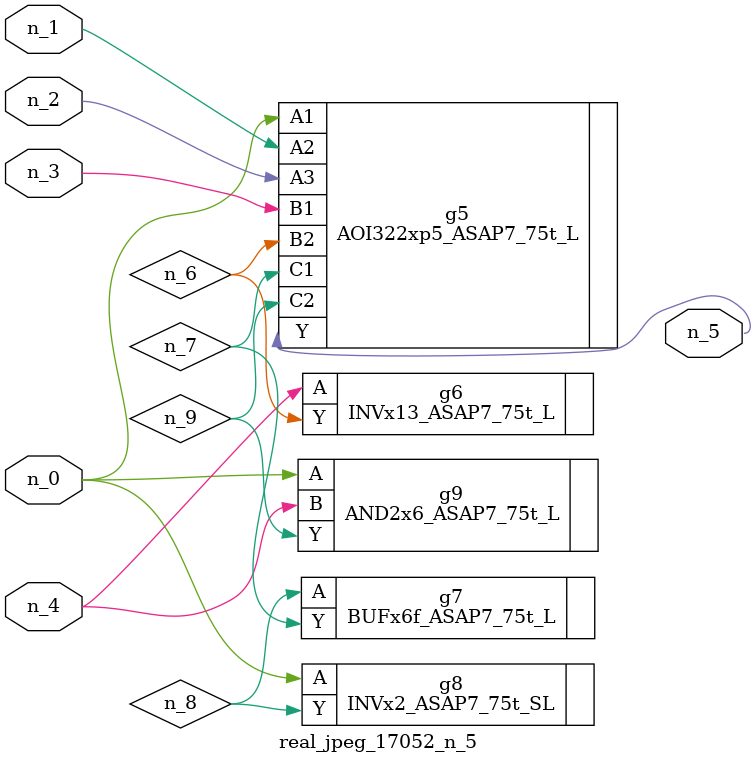
<source format=v>
module real_jpeg_17052_n_5 (n_4, n_0, n_1, n_2, n_3, n_5);

input n_4;
input n_0;
input n_1;
input n_2;
input n_3;

output n_5;

wire n_8;
wire n_6;
wire n_7;
wire n_9;

AOI322xp5_ASAP7_75t_L g5 ( 
.A1(n_0),
.A2(n_1),
.A3(n_2),
.B1(n_3),
.B2(n_6),
.C1(n_7),
.C2(n_9),
.Y(n_5)
);

INVx2_ASAP7_75t_SL g8 ( 
.A(n_0),
.Y(n_8)
);

AND2x6_ASAP7_75t_L g9 ( 
.A(n_0),
.B(n_4),
.Y(n_9)
);

INVx13_ASAP7_75t_L g6 ( 
.A(n_4),
.Y(n_6)
);

BUFx6f_ASAP7_75t_L g7 ( 
.A(n_8),
.Y(n_7)
);


endmodule
</source>
